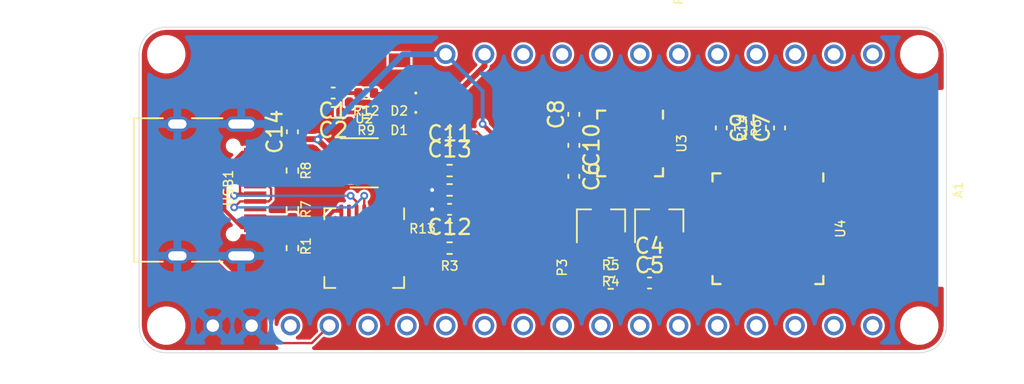
<source format=kicad_pcb>
(kicad_pcb (version 20171130) (host pcbnew "(5.1.10-1-10_14)")
  (title_block (title ESP32-NANO) (date 2021-09-28) (rev 1.0) (company Drew))
  (layers (0 F.Cu signal) (31 B.Cu signal) (34 B.Paste user) (35 F.Paste user) (36 B.SilkS user) (37 F.SilkS user hide) (38 B.Mask user) (39 F.Mask user) (44 Edge.Cuts user))
  (net 0 "")
  (net 1 "Net-(A1-Pad1)")
  (net 2 +3V3)
  (net 3 EN)
  (net 4 "Net-(C8-Pad2)")
  (net 5 "Net-(C9-Pad2)")
  (net 6 "Net-(C12-Pad1)")
  (net 7 "Net-(C13-Pad1)")
  (net 8 "Net-(D1-Pad2)")
  (net 9 GPIO27)
  (net 10 "Net-(D2-Pad2)")
  (net 11 "Net-(K1-Pad3)")
  (net 12 VBUS)
  (net 13 GPIO0)
  (net 14 GPIO2)
  (net 15 GPIO5)
  (net 16 GPIO12)
  (net 17 GPIO34)
  (net 18 GPIO35)
  (net 19 SENSOR_VN)
  (net 20 GPIO38)
  (net 21 GPIO37)
  (net 22 SENSOR_VP)
  (net 23 GPIO4)
  (net 24 GPIO13)
  (net 25 GPIO14)
  (net 26 GPIO15)
  (net 27 GPIO9)
  (net 28 GPIO10)
  (net 29 GPIO18)
  (net 30 GPIO19)
  (net 31 GPIO11)
  (net 32 GPIO6)
  (net 33 GPIO7)
  (net 34 GPIO8)
  (net 35 GPIO23)
  (net 36 GPIO25)
  (net 37 GPIO26)
  (net 38 "Net-(R1-Pad1)")
  (net 39 "Net-(R3-Pad2)")
  (net 40 CP_Tx)
  (net 41 DTR)
  (net 42 "Net-(R4-Pad1)")
  (net 43 RTS)
  (net 44 "Net-(R5-Pad1)")
  (net 45 "Net-(R7-Pad2)")
  (net 46 "Net-(R8-Pad2)")
  (net 47 "Net-(R16-Pad1)")
  (net 48 "Net-(R17-Pad2)")
  (net 49 "Net-(U1-Pad27)")
  (net 50 CP_Rx)
  (net 51 "Net-(U1-Pad23)")
  (net 52 "Net-(U1-Pad22)")
  (net 53 "Net-(U1-Pad21)")
  (net 54 "Net-(U1-Pad20)")
  (net 55 "Net-(U1-Pad19)")
  (net 56 "Net-(U1-Pad18)")
  (net 57 "Net-(U1-Pad17)")
  (net 58 "Net-(U1-Pad16)")
  (net 59 "Net-(U1-Pad15)")
  (net 60 "Net-(U1-Pad14)")
  (net 61 "Net-(U1-Pad13)")
  (net 62 "Net-(U1-Pad12)")
  (net 63 "Net-(U1-Pad11)")
  (net 64 "Net-(U1-Pad10)")
  (net 65 "Net-(U1-Pad6)")
  (net 66 USB-PWR-DM)
  (net 67 USB-PWR-DP)
  (net 68 "Net-(U1-Pad2)")
  (net 69 "Net-(U1-Pad1)")
  (net 70 "Net-(U2-Pad4)")
  (net 71 GPIO32)
  (net 72 GPIO33)
  (net 73 "Net-(U3-Pad12)")
  (net 74 "Net-(U3-Pad7)")
  (net 75 "Net-(U3-Pad6)")
  (net 76 "Net-(U4-Pad48)")
  (net 77 "Net-(U4-Pad47)")
  (net 78 "Net-(U4-Pad45)")
  (net 79 "Net-(U4-Pad44)")
  (net 80 GPIO21)
  (net 81 GPIO22)
  (net 82 FLASH_SD0)
  (net 83 "Net-(U4-Pad26)")
  (net 84 FLASH_CS)
  (net 85 "Net-(U5-Pad13)")
  (net 86 "Net-(U5-Pad1)")
  (net 87 "Net-(USB1-PadB8)")
  (net 88 "Net-(USB1-PadA8)")
  (net 89 GND)
  (module Capacitor_SMD:C_0402_1005Metric (layer F.Cu) (at 35.433 32.258 90)
    (fp_text reference C14 (at 0 -1.16 90) (layer F.SilkS))
    (fp_text value 1uF)
    (pad 2 smd roundrect (at 0.48 0 90) (size 0.56 0.62) (layers F.Cu F.Paste F.Mask) (net 89 GND))
    (pad 1 smd roundrect (at -0.48 0 90) (size 0.56 0.62) (layers F.Cu F.Paste F.Mask) (net 12 VBUS))
  )
  (module Capacitor_SMD:C_0402_1005Metric (layer F.Cu) (at 45.72 32.258 180)
    (fp_text reference C13 (at 0 -1.16) (layer F.SilkS))
    (fp_text value 10uF)
    (pad 2 smd roundrect (at 0.48 0 180) (size 0.56 0.62) (layers F.Cu F.Paste F.Mask) (net 89 GND))
    (pad 1 smd roundrect (at -0.48 0 180) (size 0.56 0.62) (layers F.Cu F.Paste F.Mask) (net 7 "Net-(C13-Pad1)"))
  )
  (module Capacitor_SMD:C_0402_1005Metric (layer F.Cu) (at 45.72 37.338 180)
    (fp_text reference C12 (at 0 -1.16) (layer F.SilkS))
    (fp_text value 10uF)
    (pad 2 smd roundrect (at 0.48 0 180) (size 0.56 0.62) (layers F.Cu F.Paste F.Mask) (net 89 GND))
    (pad 1 smd roundrect (at -0.48 0 180) (size 0.56 0.62) (layers F.Cu F.Paste F.Mask) (net 6 "Net-(C12-Pad1)"))
  )
  (module Capacitor_SMD:C_0402_1005Metric (layer F.Cu) (at 45.72 33.528)
    (fp_text reference C11 (at 0 -1.16) (layer F.SilkS))
    (fp_text value 10uF)
    (pad 2 smd roundrect (at 0.48 0) (size 0.56 0.62) (layers F.Cu F.Paste F.Mask) (net 2 +3V3))
    (pad 1 smd roundrect (at -0.48 0) (size 0.56 0.62) (layers F.Cu F.Paste F.Mask) (net 89 GND))
  )
  (module Capacitor_SMD:C_0402_1005Metric (layer F.Cu) (at 53.848 33.147 270)
    (fp_text reference C10 (at 0 -1.16 90) (layer F.SilkS))
    (fp_text value 0.1uF)
    (pad 2 smd roundrect (at 0.48 0 270) (size 0.56 0.62) (layers F.Cu F.Paste F.Mask) (net 2 +3V3))
    (pad 1 smd roundrect (at -0.48 0 270) (size 0.56 0.62) (layers F.Cu F.Paste F.Mask) (net 89 GND))
  )
  (module Capacitor_SMD:C_0402_1005Metric (layer F.Cu) (at 63.5 32.004 270)
    (fp_text reference C9 (at 0 -1.16 90) (layer F.SilkS))
    (fp_text value 2.2nF)
    (pad 2 smd roundrect (at 0.48 0 270) (size 0.56 0.62) (layers F.Cu F.Paste F.Mask) (net 5 "Net-(C9-Pad2)"))
    (pad 1 smd roundrect (at -0.48 0 270) (size 0.56 0.62) (layers F.Cu F.Paste F.Mask) (net 89 GND))
  )
  (module Capacitor_SMD:C_0402_1005Metric (layer F.Cu) (at 53.848 31.115 90)
    (fp_text reference C8 (at 0 -1.16 90) (layer F.SilkS))
    (fp_text value 0.1uF)
    (pad 2 smd roundrect (at 0.48 0 90) (size 0.56 0.62) (layers F.Cu F.Paste F.Mask) (net 4 "Net-(C8-Pad2)"))
    (pad 1 smd roundrect (at -0.48 0 90) (size 0.56 0.62) (layers F.Cu F.Paste F.Mask) (net 89 GND))
  )
  (module Capacitor_SMD:C_0402_1005Metric (layer F.Cu) (at 67.31 32.004 90)
    (fp_text reference C7 (at 0 -1.16 90) (layer F.SilkS))
    (fp_text value 0.1uF)
    (pad 2 smd roundrect (at 0.48 0 90) (size 0.56 0.62) (layers F.Cu F.Paste F.Mask) (net 89 GND))
    (pad 1 smd roundrect (at -0.48 0 90) (size 0.56 0.62) (layers F.Cu F.Paste F.Mask) (net 3 EN))
  )
  (module Capacitor_SMD:C_0402_1005Metric (layer F.Cu) (at 53.848 35.179 270)
    (fp_text reference C6 (at 0 -1.16 90) (layer F.SilkS))
    (fp_text value 10nF)
    (pad 2 smd roundrect (at 0.48 0 270) (size 0.56 0.62) (layers F.Cu F.Paste F.Mask) (net 89 GND))
    (pad 1 smd roundrect (at -0.48 0 270) (size 0.56 0.62) (layers F.Cu F.Paste F.Mask) (net 2 +3V3))
  )
  (module Capacitor_SMD:C_0402_1005Metric (layer F.Cu) (at 58.801 42.164)
    (fp_text reference C5 (at 0 -1.16) (layer F.SilkS))
    (fp_text value 0.1uF)
    (pad 2 smd roundrect (at 0.48 0) (size 0.56 0.62) (layers F.Cu F.Paste F.Mask) (net 89 GND))
    (pad 1 smd roundrect (at -0.48 0) (size 0.56 0.62) (layers F.Cu F.Paste F.Mask) (net 2 +3V3))
  )
  (module Capacitor_SMD:C_0402_1005Metric (layer F.Cu) (at 58.801 40.894)
    (fp_text reference C4 (at 0 -1.16) (layer F.SilkS))
    (fp_text value 10uF)
    (pad 2 smd roundrect (at 0.48 0) (size 0.56 0.62) (layers F.Cu F.Paste F.Mask) (net 89 GND))
    (pad 1 smd roundrect (at -0.48 0) (size 0.56 0.62) (layers F.Cu F.Paste F.Mask) (net 2 +3V3))
  )
  (module Capacitor_SMD:C_0402_1005Metric (layer F.Cu) (at 38.1 30.988 180)
    (fp_text reference C2 (at 0 -1.16) (layer F.SilkS))
    (fp_text value 10uF)
    (pad 2 smd roundrect (at 0.48 0 180) (size 0.56 0.62) (layers F.Cu F.Paste F.Mask) (net 89 GND))
    (pad 1 smd roundrect (at -0.48 0 180) (size 0.56 0.62) (layers F.Cu F.Paste F.Mask) (net 2 +3V3))
  )
  (module Capacitor_SMD:C_0402_1005Metric (layer F.Cu) (at 38.1 29.718 180)
    (fp_text reference C1 (at 0 -1.16) (layer F.SilkS))
    (fp_text value 1uF)
    (pad 2 smd roundrect (at 0.48 0 180) (size 0.56 0.62) (layers F.Cu F.Paste F.Mask) (net 89 GND))
    (pad 1 smd roundrect (at -0.48 0 180) (size 0.56 0.62) (layers F.Cu F.Paste F.Mask) (net 2 +3V3))
  )
  (module OLED-12880:OLED-12880 (layer F.Cu) (at 50.927 36.068 90)
    (fp_text reference U5 hide)
    (fp_text value OLED-12880)
    (pad 1 smd roundrect (at 4.2 0 90) (size 0.35 2.8) (layers F.Cu F.Paste F.Mask) (net 86 "Net-(U5-Pad1)"))
    (pad 2 smd roundrect (at 3.5 0 90) (size 0.35 2.8) (layers F.Cu F.Paste F.Mask) (net 12 VBUS))
    (pad 3 smd roundrect (at 2.8 0 90) (size 0.35 2.8) (layers F.Cu F.Paste F.Mask) (net 7 "Net-(C13-Pad1)"))
    (pad 4 smd roundrect (at 2.1 0 90) (size 0.35 2.8) (layers F.Cu F.Paste F.Mask) (net 2 +3V3))
    (pad 5 smd roundrect (at 1.4 0 90) (size 0.35 2.8) (layers F.Cu F.Paste F.Mask) (net 48 "Net-(R17-Pad2)"))
    (pad 6 smd roundrect (at 0.7 0 90) (size 0.35 2.8) (layers F.Cu F.Paste F.Mask) (net 47 "Net-(R16-Pad1)"))
    (pad 7 smd roundrect (at 0 0 90) (size 0.35 2.8) (layers F.Cu F.Paste F.Mask) (net 89 GND))
    (pad 8 smd roundrect (at -0.7 0 90) (size 0.35 2.8) (layers F.Cu F.Paste F.Mask) (net 6 "Net-(C12-Pad1)"))
    (pad 9 smd roundrect (at -1.4 0 90) (size 0.35 2.8) (layers F.Cu F.Paste F.Mask) (net 89 GND))
    (pad 10 smd roundrect (at -2.1 0 90) (size 0.35 2.8) (layers F.Cu F.Paste F.Mask) (net 81 GPIO22))
    (pad 11 smd roundrect (at -2.8 0 90) (size 0.35 2.8) (layers F.Cu F.Paste F.Mask) (net 80 GPIO21))
    (pad 12 smd roundrect (at -3.5 0 90) (size 0.35 2.8) (layers F.Cu F.Paste F.Mask) (net 89 GND))
    (pad 13 smd roundrect (at -4.2 0 90) (size 0.35 2.8) (layers F.Cu F.Paste F.Mask) (net 85 "Net-(U5-Pad13)"))
  )
  (module MountingHole:MountingHole_2.2mm_M2 (layer F.Cu) (at 76.454 44.958)
    (fp_text reference REF** hide)
    (fp_text value MountingHole_2.2mm_M2)
    (pad 1 np_thru_hole circle (at 0 0) (size 2.2 2.2) (drill 2.2) (layers *.Cu *.Mask))
  )
  (module MountingHole:MountingHole_2.2mm_M2 (layer F.Cu) (at 76.454 27.178)
    (fp_text reference REF** hide)
    (fp_text value MountingHole_2.2mm_M2)
    (pad 1 np_thru_hole circle (at 0 0) (size 2.2 2.2) (drill 2.2) (layers *.Cu *.Mask))
  )
  (module MountingHole:MountingHole_2.2mm_M2 (layer F.Cu) (at 27.178 44.958)
    (fp_text reference REF** hide)
    (fp_text value MountingHole_2.2mm_M2)
    (pad 1 np_thru_hole circle (at 0 0) (size 2.2 2.2) (drill 2.2) (layers *.Cu *.Mask))
  )
  (module MountingHole:MountingHole_2.2mm_M2 (layer F.Cu) (at 27.178 27.178)
    (fp_text reference REF** hide)
    (fp_text value MountingHole_2.2mm_M2)
    (pad 1 np_thru_hole circle (at 0 0) (size 2.2 2.2) (drill 2.2) (layers *.Cu *.Mask))
  )
  (module Package_TO_SOT_SMD:SOT-23 (layer F.Cu) (at 55.626 38.1 90)
    (fp_text reference VT2 hide)
    (fp_text value S8050)
    (pad 3 smd rect (at 1 0 90) (size 0.9 0.8) (layers F.Cu F.Paste F.Mask) (net 13 GPIO0))
    (pad 2 smd rect (at -1 0.95 90) (size 0.9 0.8) (layers F.Cu F.Paste F.Mask) (net 41 DTR))
    (pad 1 smd rect (at -1 -0.95 90) (size 0.9 0.8) (layers F.Cu F.Paste F.Mask) (net 44 "Net-(R5-Pad1)"))
  )
  (module Package_TO_SOT_SMD:SOT-23 (layer F.Cu) (at 59.436 38.1 90)
    (fp_text reference VT1 hide)
    (fp_text value S8050)
    (pad 3 smd rect (at 1 0 90) (size 0.9 0.8) (layers F.Cu F.Paste F.Mask) (net 3 EN))
    (pad 2 smd rect (at -1 0.95 90) (size 0.9 0.8) (layers F.Cu F.Paste F.Mask) (net 43 RTS))
    (pad 1 smd rect (at -1 -0.95 90) (size 0.9 0.8) (layers F.Cu F.Paste F.Mask) (net 42 "Net-(R4-Pad1)"))
  )
  (module Connector_USB:USB_C_Receptacle_HRO_TYPE-C-31-M-12 (layer F.Cu) (at 28.956 36.068 270)
    (fp_text reference USB1 (at -0.127 -2.286 90) (layer F.SilkS) (effects (font (size 0.6 0.6) (thickness 0.1))))
    (fp_text value USB_C_16_PIN)
    (pad B1 smd rect (at 3.25 -4.045 270) (size 0.6 1.45) (layers F.Cu F.Paste F.Mask) (net 89 GND))
    (pad A9 smd rect (at 2.45 -4.045 270) (size 0.6 1.45) (layers F.Cu F.Paste F.Mask) (net 12 VBUS))
    (pad B9 smd rect (at -2.45 -4.045 270) (size 0.6 1.45) (layers F.Cu F.Paste F.Mask) (net 12 VBUS))
    (pad B12 smd rect (at -3.25 -4.045 270) (size 0.6 1.45) (layers F.Cu F.Paste F.Mask) (net 89 GND))
    (pad A1 smd rect (at -3.25 -4.045 270) (size 0.6 1.45) (layers F.Cu F.Paste F.Mask) (net 89 GND))
    (pad A4 smd rect (at -2.45 -4.045 270) (size 0.6 1.45) (layers F.Cu F.Paste F.Mask) (net 12 VBUS))
    (pad B4 smd rect (at 2.45 -4.045 270) (size 0.6 1.45) (layers F.Cu F.Paste F.Mask) (net 12 VBUS))
    (pad A12 smd rect (at 3.25 -4.045 270) (size 0.6 1.45) (layers F.Cu F.Paste F.Mask) (net 89 GND))
    (pad B8 smd rect (at -1.75 -4.045 270) (size 0.3 1.45) (layers F.Cu F.Paste F.Mask) (net 87 "Net-(USB1-PadB8)"))
    (pad A5 smd rect (at -1.25 -4.045 270) (size 0.3 1.45) (layers F.Cu F.Paste F.Mask) (net 46 "Net-(R8-Pad2)"))
    (pad B7 smd rect (at -0.75 -4.045 270) (size 0.3 1.45) (layers F.Cu F.Paste F.Mask) (net 66 USB-PWR-DM))
    (pad A7 smd rect (at 0.25 -4.045 270) (size 0.3 1.45) (layers F.Cu F.Paste F.Mask) (net 66 USB-PWR-DM))
    (pad B6 smd rect (at 0.75 -4.045 270) (size 0.3 1.45) (layers F.Cu F.Paste F.Mask) (net 67 USB-PWR-DP))
    (pad A8 smd rect (at 1.25 -4.045 270) (size 0.3 1.45) (layers F.Cu F.Paste F.Mask) (net 88 "Net-(USB1-PadA8)"))
    (pad B5 smd rect (at 1.75 -4.045 270) (size 0.3 1.45) (layers F.Cu F.Paste F.Mask) (net 45 "Net-(R7-Pad2)"))
    (pad A6 smd rect (at -0.25 -4.045 270) (size 0.3 1.45) (layers F.Cu F.Paste F.Mask) (net 67 USB-PWR-DP))
    (pad S1 thru_hole oval (at 4.32 -3.13 270) (size 1 2.1) (drill oval 0.6 1.7) (layers *.Cu *.Mask) (net 89 GND))
    (pad S1 thru_hole oval (at -4.32 -3.13 270) (size 1 2.1) (drill oval 0.6 1.7) (layers *.Cu *.Mask) (net 89 GND))
    (pad "" np_thru_hole circle (at -2.89 -2.6 270) (size 0.65 0.65) (drill 0.65) (layers *.Cu *.Mask))
    (pad S1 thru_hole oval (at -4.32 1.05 270) (size 1 1.6) (drill oval 0.6 1.2) (layers *.Cu *.Mask) (net 89 GND))
    (pad "" np_thru_hole circle (at 2.89 -2.6 270) (size 0.65 0.65) (drill 0.65) (layers *.Cu *.Mask))
    (pad S1 thru_hole oval (at 4.32 1.05 270) (size 1 1.6) (drill oval 0.6 1.2) (layers *.Cu *.Mask) (net 89 GND))
  )
  (module ESP32_PICO_D4:ESP32_PICO_D4 (layer F.Cu) (at 66.548 38.608 270)
    (fp_text reference U4 (at 0 -4.75 90) (layer F.SilkS) (effects (font (size 0.6 0.6) (thickness 0.1))))
    (fp_text value ESP32PICO_D4)
    (pad 49 smd rect (at -1.93125 -1.93125 270) (size 1.2875 1.2875) (layers F.Cu F.Paste F.Mask) (net 89 GND))
    (pad 49 smd rect (at -1.93125 -0.64375 270) (size 1.2875 1.2875) (layers F.Cu F.Paste F.Mask) (net 89 GND))
    (pad 49 smd rect (at -1.93125 0.64375 270) (size 1.2875 1.2875) (layers F.Cu F.Paste F.Mask) (net 89 GND))
    (pad 49 smd rect (at -1.93125 1.93125 270) (size 1.2875 1.2875) (layers F.Cu F.Paste F.Mask) (net 89 GND))
    (pad 49 smd rect (at -0.64375 -1.93125 270) (size 1.2875 1.2875) (layers F.Cu F.Paste F.Mask) (net 89 GND))
    (pad 49 smd rect (at -0.64375 -0.64375 270) (size 1.2875 1.2875) (layers F.Cu F.Paste F.Mask) (net 89 GND))
    (pad 49 smd rect (at -0.64375 0.64375 270) (size 1.2875 1.2875) (layers F.Cu F.Paste F.Mask) (net 89 GND))
    (pad 49 smd rect (at -0.64375 1.93125 270) (size 1.2875 1.2875) (layers F.Cu F.Paste F.Mask) (net 89 GND))
    (pad 49 smd rect (at 0.64375 -1.93125 270) (size 1.2875 1.2875) (layers F.Cu F.Paste F.Mask) (net 89 GND))
    (pad 49 smd rect (at 0.64375 -0.64375 270) (size 1.2875 1.2875) (layers F.Cu F.Paste F.Mask) (net 89 GND))
    (pad 49 smd rect (at 0.64375 0.64375 270) (size 1.2875 1.2875) (layers F.Cu F.Paste F.Mask) (net 89 GND))
    (pad 49 smd rect (at 0.64375 1.93125 270) (size 1.2875 1.2875) (layers F.Cu F.Paste F.Mask) (net 89 GND))
    (pad 49 smd rect (at 1.93125 -1.93125 270) (size 1.2875 1.2875) (layers F.Cu F.Paste F.Mask) (net 89 GND))
    (pad 49 smd rect (at 1.93125 -0.64375 270) (size 1.2875 1.2875) (layers F.Cu F.Paste F.Mask) (net 89 GND))
    (pad 49 smd rect (at 1.93125 0.64375 270) (size 1.2875 1.2875) (layers F.Cu F.Paste F.Mask) (net 89 GND))
    (pad 49 smd rect (at 1.93125 1.93125 270) (size 1.2875 1.2875) (layers F.Cu F.Paste F.Mask) (net 89 GND))
    (pad 48 smd rect (at -2.75 -3.4) (size 0.7 0.25) (layers F.Cu F.Paste F.Mask) (net 76 "Net-(U4-Pad48)"))
    (pad 47 smd rect (at -2.25 -3.4) (size 0.7 0.25) (layers F.Cu F.Paste F.Mask) (net 77 "Net-(U4-Pad47)"))
    (pad 46 smd rect (at -1.75 -3.4) (size 0.7 0.25) (layers F.Cu F.Paste F.Mask) (net 2 +3V3))
    (pad 45 smd rect (at -1.25 -3.4) (size 0.7 0.25) (layers F.Cu F.Paste F.Mask) (net 78 "Net-(U4-Pad45)"))
    (pad 44 smd rect (at -0.75 -3.4) (size 0.7 0.25) (layers F.Cu F.Paste F.Mask) (net 79 "Net-(U4-Pad44)"))
    (pad 43 smd rect (at -0.25 -3.4) (size 0.7 0.25) (layers F.Cu F.Paste F.Mask) (net 2 +3V3))
    (pad 42 smd rect (at 0.25 -3.4) (size 0.7 0.25) (layers F.Cu F.Paste F.Mask) (net 80 GPIO21))
    (pad 41 smd rect (at 0.75 -3.4) (size 0.7 0.25) (layers F.Cu F.Paste F.Mask) (net 50 CP_Rx))
    (pad 40 smd rect (at 1.25 -3.4) (size 0.7 0.25) (layers F.Cu F.Paste F.Mask) (net 40 CP_Tx))
    (pad 39 smd rect (at 1.75 -3.4) (size 0.7 0.25) (layers F.Cu F.Paste F.Mask) (net 81 GPIO22))
    (pad 38 smd rect (at 2.25 -3.4) (size 0.7 0.25) (layers F.Cu F.Paste F.Mask) (net 30 GPIO19))
    (pad 37 smd rect (at 2.75 -3.4) (size 0.7 0.25) (layers F.Cu F.Paste F.Mask) (net 2 +3V3))
    (pad 36 smd rect (at 3.4 -2.75 270) (size 0.7 0.25) (layers F.Cu F.Paste F.Mask) (net 35 GPIO23))
    (pad 35 smd rect (at 3.4 -2.25 270) (size 0.7 0.25) (layers F.Cu F.Paste F.Mask) (net 29 GPIO18))
    (pad 34 smd rect (at 3.4 -1.75 270) (size 0.7 0.25) (layers F.Cu F.Paste F.Mask) (net 15 GPIO5))
    (pad 33 smd rect (at 3.4 -1.25 270) (size 0.7 0.25) (layers F.Cu F.Paste F.Mask) (net 34 GPIO8))
    (pad 32 smd rect (at 3.4 -0.75 270) (size 0.7 0.25) (layers F.Cu F.Paste F.Mask) (net 33 GPIO7))
    (pad 31 smd rect (at 3.4 -0.25 270) (size 0.7 0.25) (layers F.Cu F.Paste F.Mask) (net 32 GPIO6))
    (pad 30 smd rect (at 3.4 0.25 270) (size 0.7 0.25) (layers F.Cu F.Paste F.Mask) (net 31 GPIO11))
    (pad 29 smd rect (at 3.4 0.75 270) (size 0.7 0.25) (layers F.Cu F.Paste F.Mask) (net 28 GPIO10))
    (pad 28 smd rect (at 3.4 1.25 270) (size 0.7 0.25) (layers F.Cu F.Paste F.Mask) (net 27 GPIO9))
    (pad 27 smd rect (at 3.4 1.75 270) (size 0.7 0.25) (layers F.Cu F.Paste F.Mask) (net 82 FLASH_SD0))
    (pad 26 smd rect (at 3.4 2.25 270) (size 0.7 0.25) (layers F.Cu F.Paste F.Mask) (net 83 "Net-(U4-Pad26)"))
    (pad 25 smd rect (at 3.4 2.75 270) (size 0.7 0.25) (layers F.Cu F.Paste F.Mask) (net 84 FLASH_CS))
    (pad 24 smd rect (at 2.75 3.4) (size 0.7 0.25) (layers F.Cu F.Paste F.Mask) (net 23 GPIO4))
    (pad 23 smd rect (at 2.25 3.4) (size 0.7 0.25) (layers F.Cu F.Paste F.Mask) (net 13 GPIO0))
    (pad 22 smd rect (at 1.75 3.4) (size 0.7 0.25) (layers F.Cu F.Paste F.Mask) (net 14 GPIO2))
    (pad 21 smd rect (at 1.25 3.4) (size 0.7 0.25) (layers F.Cu F.Paste F.Mask) (net 26 GPIO15))
    (pad 20 smd rect (at 0.75 3.4) (size 0.7 0.25) (layers F.Cu F.Paste F.Mask) (net 24 GPIO13))
    (pad 19 smd rect (at 0.25 3.4) (size 0.7 0.25) (layers F.Cu F.Paste F.Mask) (net 2 +3V3))
    (pad 18 smd rect (at -0.25 3.4) (size 0.7 0.25) (layers F.Cu F.Paste F.Mask) (net 16 GPIO12))
    (pad 17 smd rect (at -0.75 3.4) (size 0.7 0.25) (layers F.Cu F.Paste F.Mask) (net 25 GPIO14))
    (pad 16 smd rect (at -1.25 3.4) (size 0.7 0.25) (layers F.Cu F.Paste F.Mask) (net 9 GPIO27))
    (pad 15 smd rect (at -1.75 3.4) (size 0.7 0.25) (layers F.Cu F.Paste F.Mask) (net 37 GPIO26))
    (pad 14 smd rect (at -2.25 3.4) (size 0.7 0.25) (layers F.Cu F.Paste F.Mask) (net 36 GPIO25))
    (pad 13 smd rect (at -2.75 3.4) (size 0.7 0.25) (layers F.Cu F.Paste F.Mask) (net 72 GPIO33))
    (pad 12 smd rect (at -3.4 2.75 270) (size 0.7 0.25) (layers F.Cu F.Paste F.Mask) (net 71 GPIO32))
    (pad 11 smd rect (at -3.4 2.25 270) (size 0.7 0.25) (layers F.Cu F.Paste F.Mask) (net 18 GPIO35))
    (pad 10 smd rect (at -3.4 1.75 270) (size 0.7 0.25) (layers F.Cu F.Paste F.Mask) (net 17 GPIO34))
    (pad 9 smd rect (at -3.4 1.25 270) (size 0.7 0.25) (layers F.Cu F.Paste F.Mask) (net 3 EN))
    (pad 8 smd rect (at -3.4 0.75 270) (size 0.7 0.25) (layers F.Cu F.Paste F.Mask) (net 19 SENSOR_VN))
    (pad 7 smd rect (at -3.4 0.25 270) (size 0.7 0.25) (layers F.Cu F.Paste F.Mask) (net 20 GPIO38))
    (pad 6 smd rect (at -3.4 -0.25 270) (size 0.7 0.25) (layers F.Cu F.Paste F.Mask) (net 21 GPIO37))
    (pad 5 smd rect (at -3.4 -0.75 270) (size 0.7 0.25) (layers F.Cu F.Paste F.Mask) (net 22 SENSOR_VP))
    (pad 4 smd rect (at -3.4 -1.25 270) (size 0.7 0.25) (layers F.Cu F.Paste F.Mask) (net 2 +3V3))
    (pad 3 smd rect (at -3.4 -1.75 270) (size 0.7 0.25) (layers F.Cu F.Paste F.Mask) (net 2 +3V3))
    (pad 2 smd rect (at -3.4 -2.25 270) (size 0.7 0.25) (layers F.Cu F.Paste F.Mask) (net 1 "Net-(A1-Pad1)"))
    (pad 1 smd rect (at -3.4 -2.75 270) (size 0.7 0.25) (layers F.Cu F.Paste F.Mask) (net 2 +3V3))
  )
  (module Sensor_Motion:InvenSense_QFN-24_4x4mm_P0.5mm (layer F.Cu) (at 57.531 33.02 270)
    (fp_text reference U3 (at 0 -3.375 90) (layer F.SilkS) (effects (font (size 0.6 0.6) (thickness 0.1))))
    (fp_text value MPU-6050)
    (pad 24 smd roundrect (at -1.25 -1.95) (size 0.85 0.3) (layers F.Cu F.Paste F.Mask) (net 71 GPIO32))
    (pad 23 smd roundrect (at -0.75 -1.95) (size 0.85 0.3) (layers F.Cu F.Paste F.Mask) (net 72 GPIO33))
    (pad 22 smd roundrect (at -0.25 -1.95) (size 0.85 0.3) (layers F.Cu F.Paste F.Mask))
    (pad 21 smd roundrect (at 0.25 -1.95) (size 0.85 0.3) (layers F.Cu F.Paste F.Mask))
    (pad 20 smd roundrect (at 0.75 -1.95) (size 0.85 0.3) (layers F.Cu F.Paste F.Mask) (net 5 "Net-(C9-Pad2)"))
    (pad 19 smd roundrect (at 1.25 -1.95) (size 0.85 0.3) (layers F.Cu F.Paste F.Mask))
    (pad 18 smd roundrect (at 1.95 -1.25 270) (size 0.85 0.3) (layers F.Cu F.Paste F.Mask) (net 89 GND))
    (pad 17 smd roundrect (at 1.95 -0.75 270) (size 0.85 0.3) (layers F.Cu F.Paste F.Mask))
    (pad 16 smd roundrect (at 1.95 -0.25 270) (size 0.85 0.3) (layers F.Cu F.Paste F.Mask))
    (pad 15 smd roundrect (at 1.95 0.25 270) (size 0.85 0.3) (layers F.Cu F.Paste F.Mask))
    (pad 14 smd roundrect (at 1.95 0.75 270) (size 0.85 0.3) (layers F.Cu F.Paste F.Mask))
    (pad 13 smd roundrect (at 1.95 1.25 270) (size 0.85 0.3) (layers F.Cu F.Paste F.Mask) (net 2 +3V3))
    (pad 12 smd roundrect (at 1.25 1.95) (size 0.85 0.3) (layers F.Cu F.Paste F.Mask) (net 73 "Net-(U3-Pad12)"))
    (pad 11 smd roundrect (at 0.75 1.95) (size 0.85 0.3) (layers F.Cu F.Paste F.Mask) (net 89 GND))
    (pad 10 smd roundrect (at 0.25 1.95) (size 0.85 0.3) (layers F.Cu F.Paste F.Mask) (net 4 "Net-(C8-Pad2)"))
    (pad 9 smd roundrect (at -0.25 1.95) (size 0.85 0.3) (layers F.Cu F.Paste F.Mask) (net 89 GND))
    (pad 8 smd roundrect (at -0.75 1.95) (size 0.85 0.3) (layers F.Cu F.Paste F.Mask) (net 2 +3V3))
    (pad 7 smd roundrect (at -1.25 1.95) (size 0.85 0.3) (layers F.Cu F.Paste F.Mask) (net 74 "Net-(U3-Pad7)"))
    (pad 6 smd roundrect (at -1.95 1.25 270) (size 0.85 0.3) (layers F.Cu F.Paste F.Mask) (net 75 "Net-(U3-Pad6)"))
    (pad 5 smd roundrect (at -1.95 0.75 270) (size 0.85 0.3) (layers F.Cu F.Paste F.Mask))
    (pad 4 smd roundrect (at -1.95 0.25 270) (size 0.85 0.3) (layers F.Cu F.Paste F.Mask))
    (pad 3 smd roundrect (at -1.95 -0.25 270) (size 0.85 0.3) (layers F.Cu F.Paste F.Mask))
    (pad 2 smd roundrect (at -1.95 -0.75 270) (size 0.85 0.3) (layers F.Cu F.Paste F.Mask))
    (pad 1 smd roundrect (at -1.95 -1.25 270) (size 0.85 0.3) (layers F.Cu F.Paste F.Mask) (net 89 GND))
  )
  (module Package_TO_SOT_SMD:SOT-23-5 (layer F.Cu) (at 40.132 34.29)
    (fp_text reference U2 (at 0 -2.9) (layer F.SilkS) (effects (font (size 0.6 0.6) (thickness 0.1))))
    (fp_text value ME6211C33M5G)
    (pad 5 smd rect (at 1.1 -0.95) (size 1.06 0.65) (layers F.Cu F.Paste F.Mask) (net 2 +3V3))
    (pad 4 smd rect (at 1.1 0.95) (size 1.06 0.65) (layers F.Cu F.Paste F.Mask) (net 70 "Net-(U2-Pad4)"))
    (pad 3 smd rect (at -1.1 0.95) (size 1.06 0.65) (layers F.Cu F.Paste F.Mask) (net 12 VBUS))
    (pad 2 smd rect (at -1.1 0) (size 1.06 0.65) (layers F.Cu F.Paste F.Mask) (net 89 GND))
    (pad 1 smd rect (at -1.1 -0.95) (size 1.06 0.65) (layers F.Cu F.Paste F.Mask) (net 12 VBUS))
  )
  (module Package_DFN_QFN:QFN-28-1EP_5x5mm_P0.5mm_EP3.35x3.35mm (layer F.Cu) (at 40.132 39.878 270)
    (fp_text reference U1 hide)
    (fp_text value CP2102N-A01-GQFN28)
    (pad 29 smd rect (at 0 0 270) (size 3.35 3.35) (layers F.Cu F.Mask) (net 89 GND))
    (pad 28 smd roundrect (at -1.5 -2.45 270) (size 0.25 0.8) (layers F.Cu F.Paste F.Mask) (net 41 DTR))
    (pad 27 smd roundrect (at -1 -2.45 270) (size 0.25 0.8) (layers F.Cu F.Paste F.Mask) (net 49 "Net-(U1-Pad27)"))
    (pad 26 smd roundrect (at -0.5 -2.45 270) (size 0.25 0.8) (layers F.Cu F.Paste F.Mask) (net 39 "Net-(R3-Pad2)"))
    (pad 25 smd roundrect (at 0 -2.45 270) (size 0.25 0.8) (layers F.Cu F.Paste F.Mask) (net 50 CP_Rx))
    (pad 24 smd roundrect (at 0.5 -2.45 270) (size 0.25 0.8) (layers F.Cu F.Paste F.Mask) (net 43 RTS))
    (pad 23 smd roundrect (at 1 -2.45 270) (size 0.25 0.8) (layers F.Cu F.Paste F.Mask) (net 51 "Net-(U1-Pad23)"))
    (pad 22 smd roundrect (at 1.5 -2.45 270) (size 0.25 0.8) (layers F.Cu F.Paste F.Mask) (net 52 "Net-(U1-Pad22)"))
    (pad 21 smd roundrect (at 2.45 -1.5 270) (size 0.8 0.25) (layers F.Cu F.Paste F.Mask) (net 53 "Net-(U1-Pad21)"))
    (pad 20 smd roundrect (at 2.45 -1 270) (size 0.8 0.25) (layers F.Cu F.Paste F.Mask) (net 54 "Net-(U1-Pad20)"))
    (pad 19 smd roundrect (at 2.45 -0.5 270) (size 0.8 0.25) (layers F.Cu F.Paste F.Mask) (net 55 "Net-(U1-Pad19)"))
    (pad 18 smd roundrect (at 2.45 0 270) (size 0.8 0.25) (layers F.Cu F.Paste F.Mask) (net 56 "Net-(U1-Pad18)"))
    (pad 17 smd roundrect (at 2.45 0.5 270) (size 0.8 0.25) (layers F.Cu F.Paste F.Mask) (net 57 "Net-(U1-Pad17)"))
    (pad 16 smd roundrect (at 2.45 1 270) (size 0.8 0.25) (layers F.Cu F.Paste F.Mask) (net 58 "Net-(U1-Pad16)"))
    (pad 15 smd roundrect (at 2.45 1.5 270) (size 0.8 0.25) (layers F.Cu F.Paste F.Mask) (net 59 "Net-(U1-Pad15)"))
    (pad 14 smd roundrect (at 1.5 2.45 270) (size 0.25 0.8) (layers F.Cu F.Paste F.Mask) (net 60 "Net-(U1-Pad14)"))
    (pad 13 smd roundrect (at 1 2.45 270) (size 0.25 0.8) (layers F.Cu F.Paste F.Mask) (net 61 "Net-(U1-Pad13)"))
    (pad 12 smd roundrect (at 0.5 2.45 270) (size 0.25 0.8) (layers F.Cu F.Paste F.Mask) (net 62 "Net-(U1-Pad12)"))
    (pad 11 smd roundrect (at 0 2.45 270) (size 0.25 0.8) (layers F.Cu F.Paste F.Mask) (net 63 "Net-(U1-Pad11)"))
    (pad 10 smd roundrect (at -0.5 2.45 270) (size 0.25 0.8) (layers F.Cu F.Paste F.Mask) (net 64 "Net-(U1-Pad10)"))
    (pad 9 smd roundrect (at -1 2.45 270) (size 0.25 0.8) (layers F.Cu F.Paste F.Mask) (net 38 "Net-(R1-Pad1)"))
    (pad 8 smd roundrect (at -1.5 2.45 270) (size 0.25 0.8) (layers F.Cu F.Paste F.Mask) (net 12 VBUS))
    (pad 7 smd roundrect (at -2.45 1.5 270) (size 0.8 0.25) (layers F.Cu F.Paste F.Mask) (net 12 VBUS))
    (pad 6 smd roundrect (at -2.45 1 270) (size 0.8 0.25) (layers F.Cu F.Paste F.Mask) (net 65 "Net-(U1-Pad6)"))
    (pad 5 smd roundrect (at -2.45 0.5 270) (size 0.8 0.25) (layers F.Cu F.Paste F.Mask) (net 66 USB-PWR-DM))
    (pad 4 smd roundrect (at -2.45 0 270) (size 0.8 0.25) (layers F.Cu F.Paste F.Mask) (net 67 USB-PWR-DP))
    (pad 3 smd roundrect (at -2.45 -0.5 270) (size 0.8 0.25) (layers F.Cu F.Paste F.Mask) (net 89 GND))
    (pad 2 smd roundrect (at -2.45 -1 270) (size 0.8 0.25) (layers F.Cu F.Paste F.Mask) (net 68 "Net-(U1-Pad2)"))
    (pad 1 smd roundrect (at -2.45 -1.5 270) (size 0.8 0.25) (layers F.Cu F.Paste F.Mask) (net 69 "Net-(U1-Pad1)"))
  )
  (module Resistor_SMD:R_0402_1005Metric (layer F.Cu) (at 45.72 34.798)
    (fp_text reference R17 hide)
    (fp_text value 4.7K)
    (pad 2 smd roundrect (at 0.51 0) (size 0.54 0.64) (layers F.Cu F.Paste F.Mask) (net 48 "Net-(R17-Pad2)"))
    (pad 1 smd roundrect (at -0.51 0) (size 0.54 0.64) (layers F.Cu F.Paste F.Mask) (net 2 +3V3))
  )
  (module Resistor_SMD:R_0402_1005Metric (layer F.Cu) (at 45.72 36.068 180)
    (fp_text reference R16 hide)
    (fp_text value 560K)
    (pad 2 smd roundrect (at 0.51 0 180) (size 0.54 0.64) (layers F.Cu F.Paste F.Mask) (net 89 GND))
    (pad 1 smd roundrect (at -0.51 0 180) (size 0.54 0.64) (layers F.Cu F.Paste F.Mask) (net 47 "Net-(R16-Pad1)"))
  )
  (module Resistor_SMD:R_0402_1005Metric (layer F.Cu) (at 66.04 32.004 90)
    (fp_text reference R14 (at 0 -1.17 90) (layer F.SilkS) (effects (font (size 0.6 0.6) (thickness 0.1))))
    (fp_text value 1K)
    (pad 2 smd roundrect (at 0.51 0 90) (size 0.54 0.64) (layers F.Cu F.Paste F.Mask) (net 11 "Net-(K1-Pad3)"))
    (pad 1 smd roundrect (at -0.51 0 90) (size 0.54 0.64) (layers F.Cu F.Paste F.Mask) (net 3 EN))
  )
  (module Resistor_SMD:R_0402_1005Metric (layer F.Cu) (at 45.72 38.608)
    (fp_text reference R13 (at -1.778 0) (layer F.SilkS) (effects (font (size 0.6 0.6) (thickness 0.1))))
    (fp_text value 10K)
    (pad 2 smd roundrect (at 0.51 0) (size 0.54 0.64) (layers F.Cu F.Paste F.Mask) (net 6 "Net-(C12-Pad1)"))
    (pad 1 smd roundrect (at -0.51 0) (size 0.54 0.64) (layers F.Cu F.Paste F.Mask) (net 2 +3V3))
  )
  (module Resistor_SMD:R_0402_1005Metric (layer F.Cu) (at 40.259 29.718 180)
    (fp_text reference R12 (at 0 -1.17) (layer F.SilkS) (effects (font (size 0.6 0.6) (thickness 0.1))))
    (fp_text value 10K)
    (pad 2 smd roundrect (at 0.51 0 180) (size 0.54 0.64) (layers F.Cu F.Paste F.Mask) (net 2 +3V3))
    (pad 1 smd roundrect (at -0.51 0 180) (size 0.54 0.64) (layers F.Cu F.Paste F.Mask) (net 10 "Net-(D2-Pad2)"))
  )
  (module Resistor_SMD:R_0402_1005Metric (layer F.Cu) (at 40.261 30.988 180)
    (fp_text reference R9 (at 0 -1.17) (layer F.SilkS) (effects (font (size 0.6 0.6) (thickness 0.1))))
    (fp_text value 10K)
    (pad 2 smd roundrect (at 0.51 0 180) (size 0.54 0.64) (layers F.Cu F.Paste F.Mask) (net 2 +3V3))
    (pad 1 smd roundrect (at -0.51 0 180) (size 0.54 0.64) (layers F.Cu F.Paste F.Mask) (net 8 "Net-(D1-Pad2)"))
  )
  (module Resistor_SMD:R_0402_1005Metric (layer F.Cu) (at 35.433 34.798 270)
    (fp_text reference R8 (at 0 -0.889 90) (layer F.SilkS) (effects (font (size 0.6 0.6) (thickness 0.1))))
    (fp_text value 5.1K)
    (pad 2 smd roundrect (at 0.51 0 270) (size 0.54 0.64) (layers F.Cu F.Paste F.Mask) (net 46 "Net-(R8-Pad2)"))
    (pad 1 smd roundrect (at -0.51 0 270) (size 0.54 0.64) (layers F.Cu F.Paste F.Mask) (net 89 GND))
  )
  (module Resistor_SMD:R_0402_1005Metric (layer F.Cu) (at 35.433 37.338 270)
    (fp_text reference R7 (at 0 -0.889 90) (layer F.SilkS) (effects (font (size 0.6 0.6) (thickness 0.1))))
    (fp_text value 5.1K)
    (pad 2 smd roundrect (at 0.51 0 270) (size 0.54 0.64) (layers F.Cu F.Paste F.Mask) (net 45 "Net-(R7-Pad2)"))
    (pad 1 smd roundrect (at -0.51 0 270) (size 0.54 0.64) (layers F.Cu F.Paste F.Mask) (net 89 GND))
  )
  (module Resistor_SMD:R_0402_1005Metric (layer F.Cu) (at 64.77 32.004 90)
    (fp_text reference R6 (at 0 1.016 90) (layer F.SilkS) (effects (font (size 0.6 0.6) (thickness 0.1))))
    (fp_text value 10K)
    (pad 2 smd roundrect (at 0.51 0 90) (size 0.54 0.64) (layers F.Cu F.Paste F.Mask) (net 2 +3V3))
    (pad 1 smd roundrect (at -0.51 0 90) (size 0.54 0.64) (layers F.Cu F.Paste F.Mask) (net 3 EN))
  )
  (module Resistor_SMD:R_0402_1005Metric (layer F.Cu) (at 56.261 42.164)
    (fp_text reference R5 (at 0 -1.17) (layer F.SilkS) (effects (font (size 0.6 0.6) (thickness 0.1))))
    (fp_text value 12K)
    (pad 2 smd roundrect (at 0.51 0) (size 0.54 0.64) (layers F.Cu F.Paste F.Mask) (net 43 RTS))
    (pad 1 smd roundrect (at -0.51 0) (size 0.54 0.64) (layers F.Cu F.Paste F.Mask) (net 44 "Net-(R5-Pad1)"))
  )
  (module Resistor_SMD:R_0402_1005Metric (layer F.Cu) (at 56.261 40.894 180)
    (fp_text reference R4 (at 0 -1.17) (layer F.SilkS) (effects (font (size 0.6 0.6) (thickness 0.1))))
    (fp_text value 12K)
    (pad 2 smd roundrect (at 0.51 0 180) (size 0.54 0.64) (layers F.Cu F.Paste F.Mask) (net 41 DTR))
    (pad 1 smd roundrect (at -0.51 0 180) (size 0.54 0.64) (layers F.Cu F.Paste F.Mask) (net 42 "Net-(R4-Pad1)"))
  )
  (module Resistor_SMD:R_0402_1005Metric (layer F.Cu) (at 45.72 39.878 180)
    (fp_text reference R3 (at 0 -1.17) (layer F.SilkS) (effects (font (size 0.6 0.6) (thickness 0.1))))
    (fp_text value 200R)
    (pad 2 smd roundrect (at 0.51 0 180) (size 0.54 0.64) (layers F.Cu F.Paste F.Mask) (net 39 "Net-(R3-Pad2)"))
    (pad 1 smd roundrect (at -0.51 0 180) (size 0.54 0.64) (layers F.Cu F.Paste F.Mask) (net 40 CP_Tx))
  )
  (module Resistor_SMD:R_0402_1005Metric (layer F.Cu) (at 35.433 39.878 90)
    (fp_text reference R1 (at 0.127 0.889 90) (layer F.SilkS) (effects (font (size 0.6 0.6) (thickness 0.1))))
    (fp_text value 10K)
    (pad 2 smd roundrect (at 0.51 0 90) (size 0.54 0.64) (layers F.Cu F.Paste F.Mask) (net 12 VBUS))
    (pad 1 smd roundrect (at -0.51 0 90) (size 0.54 0.64) (layers F.Cu F.Paste F.Mask) (net 38 "Net-(R1-Pad1)"))
  )
  (module 18pin:18pin (layer F.Cu) (at 51.816 44.958 270)
    (fp_text reference P3 (at -3.81 -1.27 90) (layer F.SilkS) (effects (font (size 0.6 0.6) (thickness 0.1))))
    (fp_text value Conn_01x18)
    (pad 18 thru_hole circle (at 0 21.59 270) (size 1.27 1.27) (drill 0.8128) (layers *.Cu *.Mask) (net 89 GND))
    (pad 17 thru_hole circle (at 0 19.05 270) (size 1.27 1.27) (drill 0.8128) (layers *.Cu *.Mask) (net 89 GND))
    (pad 16 thru_hole circle (at 0 16.51 270) (size 1.27 1.27) (drill 0.8128) (layers *.Cu *.Mask) (net 23 GPIO4))
    (pad 15 thru_hole circle (at 0 13.97 270) (size 1.27 1.27) (drill 0.8128) (layers *.Cu *.Mask) (net 24 GPIO13))
    (pad 14 thru_hole circle (at 0 11.43 270) (size 1.27 1.27) (drill 0.8128) (layers *.Cu *.Mask) (net 25 GPIO14))
    (pad 13 thru_hole circle (at 0 8.89 270) (size 1.27 1.27) (drill 0.8128) (layers *.Cu *.Mask) (net 26 GPIO15))
    (pad 12 thru_hole circle (at 0 6.35 270) (size 1.27 1.27) (drill 0.8128) (layers *.Cu *.Mask) (net 9 GPIO27))
    (pad 11 thru_hole circle (at 0 3.81 270) (size 1.27 1.27) (drill 0.8128) (layers *.Cu *.Mask) (net 27 GPIO9))
    (pad 10 thru_hole circle (at 0 1.27 270) (size 1.27 1.27) (drill 0.8128) (layers *.Cu *.Mask) (net 28 GPIO10))
    (pad 9 thru_hole circle (at 0 -1.27 270) (size 1.27 1.27) (drill 0.8128) (layers *.Cu *.Mask) (net 29 GPIO18))
    (pad 8 thru_hole circle (at 0 -3.81 270) (size 1.27 1.27) (drill 0.8128) (layers *.Cu *.Mask) (net 30 GPIO19))
    (pad 7 thru_hole circle (at 0 -6.35 270) (size 1.27 1.27) (drill 0.8128) (layers *.Cu *.Mask) (net 31 GPIO11))
    (pad 6 thru_hole circle (at 0 -8.89 270) (size 1.27 1.27) (drill 0.8128) (layers *.Cu *.Mask) (net 32 GPIO6))
    (pad 5 thru_hole circle (at 0 -11.43 270) (size 1.27 1.27) (drill 0.8128) (layers *.Cu *.Mask) (net 33 GPIO7))
    (pad 4 thru_hole circle (at 0 -13.97 270) (size 1.27 1.27) (drill 0.8128) (layers *.Cu *.Mask) (net 34 GPIO8))
    (pad 3 thru_hole circle (at 0 -16.51 270) (size 1.27 1.27) (drill 0.8128) (layers *.Cu *.Mask) (net 35 GPIO23))
    (pad 2 thru_hole circle (at 0 -19.05 270) (size 1.27 1.27) (drill 0.8128) (layers *.Cu *.Mask) (net 36 GPIO25))
    (pad 1 thru_hole circle (at 0 -21.59 270) (size 1.27 1.27) (drill 0.8128) (layers *.Cu *.Mask) (net 37 GPIO26))
  )
  (module 12pin:12pin (layer F.Cu) (at 59.436 27.178 270)
    (fp_text reference P2 (at -3.81 -1.27 90) (layer F.SilkS) (effects (font (size 0.6 0.6) (thickness 0.1))))
    (fp_text value Conn_01x12)
    (pad 12 thru_hole circle (at 0 13.97 270) (size 1.27 1.27) (drill 0.8128) (layers *.Cu *.Mask) (net 12 VBUS))
    (pad 11 thru_hole circle (at 0 11.43 270) (size 1.27 1.27) (drill 0.8128) (layers *.Cu *.Mask) (net 2 +3V3))
    (pad 10 thru_hole circle (at 0 8.89 270) (size 1.27 1.27) (drill 0.8128) (layers *.Cu *.Mask) (net 13 GPIO0))
    (pad 9 thru_hole circle (at 0 6.35 270) (size 1.27 1.27) (drill 0.8128) (layers *.Cu *.Mask) (net 14 GPIO2))
    (pad 8 thru_hole circle (at 0 3.81 270) (size 1.27 1.27) (drill 0.8128) (layers *.Cu *.Mask) (net 15 GPIO5))
    (pad 7 thru_hole circle (at 0 1.27 270) (size 1.27 1.27) (drill 0.8128) (layers *.Cu *.Mask) (net 16 GPIO12))
    (pad 6 thru_hole circle (at 0 -1.27 270) (size 1.27 1.27) (drill 0.8128) (layers *.Cu *.Mask) (net 17 GPIO34))
    (pad 5 thru_hole circle (at 0 -3.81 270) (size 1.27 1.27) (drill 0.8128) (layers *.Cu *.Mask) (net 18 GPIO35))
    (pad 4 thru_hole circle (at 0 -6.35 270) (size 1.27 1.27) (drill 0.8128) (layers *.Cu *.Mask) (net 19 SENSOR_VN))
    (pad 3 thru_hole circle (at 0 -8.89 270) (size 1.27 1.27) (drill 0.8128) (layers *.Cu *.Mask) (net 20 GPIO38))
    (pad 2 thru_hole circle (at 0 -11.43 270) (size 1.27 1.27) (drill 0.8128) (layers *.Cu *.Mask) (net 21 GPIO37))
    (pad 1 thru_hole circle (at 0 -13.97 270) (size 1.27 1.27) (drill 0.8128) (layers *.Cu *.Mask) (net 22 SENSOR_VP))
  )
  (module SKSCLCE010:SKSCLCE010 (layer F.Cu) (at 33.782 26.924 180)
    (fp_text reference K2 hide)
    (fp_text value SW_MEC_5E)
    (pad 1 smd rect (at -1.8 0.65 180) (size 1.4 0.9) (layers F.Cu F.Paste F.Mask) (net 89 GND))
    (pad 2 smd rect (at 1.8 0.65 180) (size 1.4 0.9) (layers F.Cu F.Paste F.Mask) (net 89 GND))
    (pad 4 smd rect (at 1.8 -0.65 180) (size 1.4 0.9) (layers F.Cu F.Paste F.Mask) (net 24 GPIO13))
    (pad 3 smd rect (at -1.8 -0.65 180) (size 1.4 0.9) (layers F.Cu F.Paste F.Mask) (net 24 GPIO13))
  )
  (module SKSCLCE010:SKSCLCE010 (layer F.Cu) (at 40.64 26.924 180)
    (fp_text reference K1 hide)
    (fp_text value SW_MEC_5E)
    (pad 1 smd rect (at -1.8 0.65 180) (size 1.4 0.9) (layers F.Cu F.Paste F.Mask) (net 89 GND))
    (pad 2 smd rect (at 1.8 0.65 180) (size 1.4 0.9) (layers F.Cu F.Paste F.Mask) (net 89 GND))
    (pad 4 smd rect (at 1.8 -0.65 180) (size 1.4 0.9) (layers F.Cu F.Paste F.Mask) (net 11 "Net-(K1-Pad3)"))
    (pad 3 smd rect (at -1.8 -0.65 180) (size 1.4 0.9) (layers F.Cu F.Paste F.Mask) (net 11 "Net-(K1-Pad3)"))
  )
  (module LED_SMD:LED_0402_1005Metric (layer F.Cu) (at 42.418 29.718 180)
    (fp_text reference D2 (at 0 -1.17) (layer F.SilkS) (effects (font (size 0.6 0.6) (thickness 0.1))))
    (fp_text value GREEN)
    (pad 2 smd roundrect (at 0.485 0 180) (size 0.59 0.64) (layers F.Cu F.Paste F.Mask) (net 10 "Net-(D2-Pad2)"))
    (pad 1 smd roundrect (at -0.485 0 180) (size 0.59 0.64) (layers F.Cu F.Paste F.Mask) (net 89 GND))
  )
  (module LED_SMD:LED_0402_1005Metric (layer F.Cu) (at 42.418 30.988 180)
    (fp_text reference D1 (at 0 -1.17) (layer F.SilkS) (effects (font (size 0.6 0.6) (thickness 0.1))))
    (fp_text value ORANGE)
    (pad 2 smd roundrect (at 0.485 0 180) (size 0.59 0.64) (layers F.Cu F.Paste F.Mask) (net 8 "Net-(D1-Pad2)"))
    (pad 1 smd roundrect (at -0.485 0 180) (size 0.59 0.64) (layers F.Cu F.Paste F.Mask) (net 9 GPIO27))
  )
  (module CA-C03:CA-C03 (layer F.Cu) (at 75.946 36.068 270)
    (fp_text reference A1 (at 0 -3.048 90) (layer F.SilkS) (effects (font (size 0.6 0.6) (thickness 0.1))))
    (fp_text value Antenna)
    (pad 2 smd rect (at 2.75 0 270) (size 1.2 2) (layers F.Cu F.Paste F.Mask))
    (pad 1 smd rect (at -2.75 0 270) (size 1.2 2) (layers F.Cu F.Paste F.Mask) (net 1 "Net-(A1-Pad1)"))
  )
  (gr_arc (start 76.454 27.178) (end 78.232 27.178) (angle -90) (layer Edge.Cuts) (width 0.05))
  (gr_line (start 78.232 44.958) (end 78.232 27.178) (layer Edge.Cuts) (width 0.05))
  (gr_arc (start 76.454 44.958) (end 76.454 46.736) (angle -90) (layer Edge.Cuts) (width 0.05))
  (gr_line (start 27.178 46.736) (end 76.454 46.736) (layer Edge.Cuts) (width 0.05))
  (gr_arc (start 27.178 44.958) (end 25.4 44.958) (angle -90) (layer Edge.Cuts) (width 0.05))
  (gr_line (start 25.4 27.178) (end 25.4 44.958) (layer Edge.Cuts) (width 0.05))
  (gr_line (start 27.178 25.4) (end 76.454 25.4) (layer Edge.Cuts) (width 0.05))
  (gr_arc (start 27.178 27.178) (end 27.178 25.4) (angle -90) (layer Edge.Cuts) (width 0.05))
  (segment (start 70.298 33.318) (end 75.946 33.318) (width 0.25) (layer F.Cu) (net 1))
  (segment (start 70.298 33.318) (end 70.224398 33.319806) (width 0.25) (layer F.Cu) (net 1))
  (segment (start 70.224398 33.319806) (end 70.150974 33.325222) (width 0.25) (layer F.Cu) (net 1))
  (segment (start 70.150974 33.325222) (end 70.077904 33.334235) (width 0.25) (layer F.Cu) (net 1))
  (segment (start 70.077904 33.334235) (end 70.005364 33.346822) (width 0.25) (layer F.Cu) (net 1))
  (segment (start 70.005364 33.346822) (end 69.933529 33.362953) (width 0.25) (layer F.Cu) (net 1))
  (segment (start 69.933529 33.362953) (end 69.862572 33.382589) (width 0.25) (layer F.Cu) (net 1))
  (segment (start 69.862572 33.382589) (end 69.792665 33.405683) (width 0.25) (layer F.Cu) (net 1))
  (segment (start 69.792665 33.405683) (end 69.723974 33.43218) (width 0.25) (layer F.Cu) (net 1))
  (segment (start 69.723974 33.43218) (end 69.656667 33.462016) (width 0.25) (layer F.Cu) (net 1))
  (segment (start 69.656667 33.462016) (end 69.590904 33.495118) (width 0.25) (layer F.Cu) (net 1))
  (segment (start 69.590904 33.495118) (end 69.526845 33.531407) (width 0.25) (layer F.Cu) (net 1))
  (segment (start 69.526845 33.531407) (end 69.464644 33.570795) (width 0.25) (layer F.Cu) (net 1))
  (segment (start 69.464644 33.570795) (end 69.404451 33.613188) (width 0.25) (layer F.Cu) (net 1))
  (segment (start 69.404451 33.613188) (end 69.34641 33.658484) (width 0.25) (layer F.Cu) (net 1))
  (segment (start 69.34641 33.658484) (end 69.290661 33.706573) (width 0.25) (layer F.Cu) (net 1))
  (segment (start 69.290661 33.706573) (end 69.237339 33.757339) (width 0.25) (layer F.Cu) (net 1))
  (segment (start 69.237339 33.757339) (end 69.186573 33.810661) (width 0.25) (layer F.Cu) (net 1))
  (segment (start 69.186573 33.810661) (end 69.138484 33.86641) (width 0.25) (layer F.Cu) (net 1))
  (segment (start 69.138484 33.86641) (end 69.093188 33.924451) (width 0.25) (layer F.Cu) (net 1))
  (segment (start 69.093188 33.924451) (end 69.050795 33.984644) (width 0.25) (layer F.Cu) (net 1))
  (segment (start 69.050795 33.984644) (end 69.011407 34.046845) (width 0.25) (layer F.Cu) (net 1))
  (segment (start 69.011407 34.046845) (end 68.975118 34.110904) (width 0.25) (layer F.Cu) (net 1))
  (segment (start 68.975118 34.110904) (end 68.942016 34.176667) (width 0.25) (layer F.Cu) (net 1))
  (segment (start 68.942016 34.176667) (end 68.91218 34.243974) (width 0.25) (layer F.Cu) (net 1))
  (segment (start 68.91218 34.243974) (end 68.885683 34.312665) (width 0.25) (layer F.Cu) (net 1))
  (segment (start 68.885683 34.312665) (end 68.862589 34.382572) (width 0.25) (layer F.Cu) (net 1))
  (segment (start 68.862589 34.382572) (end 68.842953 34.453529) (width 0.25) (layer F.Cu) (net 1))
  (segment (start 68.842953 34.453529) (end 68.826822 34.525364) (width 0.25) (layer F.Cu) (net 1))
  (segment (start 68.826822 34.525364) (end 68.814235 34.597904) (width 0.25) (layer F.Cu) (net 1))
  (segment (start 68.814235 34.597904) (end 68.805222 34.670974) (width 0.25) (layer F.Cu) (net 1))
  (segment (start 68.805222 34.670974) (end 68.799806 34.744398) (width 0.25) (layer F.Cu) (net 1))
  (segment (start 68.799806 34.744398) (end 68.798 34.818) (width 0.25) (layer F.Cu) (net 1))
  (segment (start 68.798 34.818) (end 68.798 35.208) (width 0.25) (layer F.Cu) (net 1))
  (segment (start 41.232 33.34) (end 43.752 33.34) (width 0.381) (layer F.Cu) (net 2))
  (segment (start 46.2 33.683) (end 46.2 33.528) (width 0.1524) (layer F.Cu) (net 2))
  (segment (start 45.21 34.673) (end 46.2 33.683) (width 0.1524) (layer F.Cu) (net 2))
  (segment (start 45.21 34.798) (end 45.21 34.673) (width 0.1524) (layer F.Cu) (net 2))
  (segment (start 43.752 33.34) (end 43.752 33.719) (width 0.381) (layer F.Cu) (net 2))
  (segment (start 44.577 38.608) (end 45.21 38.608) (width 0.381) (layer F.Cu) (net 2))
  (segment (start 43.752 37.783) (end 44.577 38.608) (width 0.381) (layer F.Cu) (net 2))
  (segment (start 43.752 33.719) (end 43.752 37.783) (width 0.381) (layer F.Cu) (net 2))
  (segment (start 44.45 34.798) (end 45.21 34.798) (width 0.381) (layer F.Cu) (net 2))
  (segment (start 43.752 34.1) (end 44.45 34.798) (width 0.381) (layer F.Cu) (net 2))
  (segment (start 43.752 33.719) (end 43.752 34.1) (width 0.381) (layer F.Cu) (net 2))
  (segment (start 48.006 27.94) (end 48.006 27.178) (width 0.381) (layer F.Cu) (net 2))
  (segment (start 43.752 32.194) (end 48.006 27.94) (width 0.381) (layer F.Cu) (net 2))
  (segment (start 43.752 33.34) (end 43.752 32.194) (width 0.381) (layer F.Cu) (net 2))
  (segment (start 39.751 30.988) (end 38.58 30.988) (width 0.254) (layer F.Cu) (net 2))
  (segment (start 38.58 30.988) (end 38.58 29.718) (width 0.254) (layer F.Cu) (net 2))
  (segment (start 38.58 29.718) (end 39.749 29.718) (width 0.254) (layer F.Cu) (net 2))
  (segment (start 39.751 31.369) (end 39.751 30.988) (width 0.254) (layer F.Cu) (net 2))
  (segment (start 41.232 32.85) (end 39.751 31.369) (width 0.254) (layer F.Cu) (net 2))
  (segment (start 41.232 33.34) (end 41.232 32.85) (width 0.254) (layer F.Cu) (net 2))
  (segment (start 48.582 33.968) (end 50.927 33.968) (width 0.1524) (layer F.Cu) (net 2))
  (segment (start 48.142 33.528) (end 48.582 33.968) (width 0.1524) (layer F.Cu) (net 2))
  (segment (start 46.2 33.528) (end 48.142 33.528) (width 0.1524) (layer F.Cu) (net 2))
  (segment (start 66.07 32.484) (end 66.04 32.514) (width 0.25) (layer F.Cu) (net 3))
  (segment (start 67.31 32.484) (end 66.07 32.484) (width 0.1524) (layer F.Cu) (net 3))
  (segment (start 66.04 32.514) (end 64.77 32.514) (width 0.1524) (layer F.Cu) (net 3))
  (segment (start 65.298 33.802) (end 65.298 35.208) (width 0.1524) (layer F.Cu) (net 3))
  (segment (start 64.77 33.274) (end 65.298 33.802) (width 0.1524) (layer F.Cu) (net 3))
  (segment (start 64.77 32.514) (end 64.77 33.274) (width 0.1524) (layer F.Cu) (net 3))
  (segment (start 46.77 36.768) (end 50.927 36.768) (width 0.1524) (layer F.Cu) (net 6))
  (segment (start 46.2 37.338) (end 46.77 36.768) (width 0.1524) (layer F.Cu) (net 6))
  (segment (start 46.23 37.368) (end 46.2 37.338) (width 0.1524) (layer F.Cu) (net 6))
  (segment (start 46.23 38.608) (end 46.23 37.368) (width 0.1524) (layer F.Cu) (net 6))
  (segment (start 47.498 32.258) (end 46.2 32.258) (width 0.1524) (layer F.Cu) (net 7))
  (segment (start 48.508 33.268) (end 47.498 32.258) (width 0.1524) (layer F.Cu) (net 7))
  (segment (start 50.927 33.268) (end 48.508 33.268) (width 0.1524) (layer F.Cu) (net 7))
  (segment (start 40.771 30.988) (end 41.933 30.988) (width 0.1524) (layer F.Cu) (net 8))
  (segment (start 40.769 29.718) (end 41.933 29.718) (width 0.1524) (layer F.Cu) (net 10))
  (segment (start 33.001 33.618) (end 32.837 33.782) (width 0.25) (layer F.Cu) (net 12))
  (segment (start 30.988 34.798) (end 30.988 37.375) (width 0.25) (layer F.Cu) (net 12))
  (segment (start 32.131 38.518) (end 33.001 38.518) (width 0.25) (layer F.Cu) (net 12))
  (segment (start 30.988 37.375) (end 32.131 38.518) (width 0.25) (layer F.Cu) (net 12))
  (segment (start 32.168 33.618) (end 30.988 34.798) (width 0.25) (layer F.Cu) (net 12))
  (segment (start 33.001 33.618) (end 32.168 33.618) (width 0.25) (layer F.Cu) (net 12))
  (segment (start 38.137 37.428) (end 38.632 37.428) (width 0.254) (layer F.Cu) (net 12))
  (segment (start 37.682 37.883) (end 38.137 37.428) (width 0.254) (layer F.Cu) (net 12))
  (segment (start 37.682 38.378) (end 37.682 37.883) (width 0.254) (layer F.Cu) (net 12))
  (segment (start 33.946 38.518) (end 34.796 39.368) (width 0.254) (layer F.Cu) (net 12))
  (segment (start 34.796 39.368) (end 35.433 39.368) (width 0.254) (layer F.Cu) (net 12))
  (segment (start 33.001 38.518) (end 33.946 38.518) (width 0.254) (layer F.Cu) (net 12))
  (segment (start 36.933 38.378) (end 37.682 38.378) (width 0.254) (layer F.Cu) (net 12))
  (segment (start 35.943 39.368) (end 36.933 38.378) (width 0.254) (layer F.Cu) (net 12))
  (segment (start 35.433 39.368) (end 35.943 39.368) (width 0.254) (layer F.Cu) (net 12))
  (segment (start 34.553 33.618) (end 35.433 32.738) (width 0.381) (layer F.Cu) (net 12))
  (segment (start 33.001 33.618) (end 34.553 33.618) (width 0.381) (layer F.Cu) (net 12))
  (via (at 37.084 32.766) (size 0.508) (drill 0.254) (layers F.Cu B.Cu) (net 12))
  (segment (start 37.056 32.738) (end 37.084 32.766) (width 0.381) (layer F.Cu) (net 12))
  (segment (start 35.433 32.738) (end 37.056 32.738) (width 0.381) (layer F.Cu) (net 12))
  (segment (start 42.672 27.178) (end 45.466 27.178) (width 0.381) (layer B.Cu) (net 12))
  (segment (start 37.084 32.766) (end 42.672 27.178) (width 0.381) (layer B.Cu) (net 12))
  (segment (start 39.557102 35.24) (end 39.032 35.24) (width 0.381) (layer F.Cu) (net 12))
  (segment (start 39.906501 33.689399) (end 39.906501 34.890601) (width 0.381) (layer F.Cu) (net 12))
  (segment (start 39.557102 33.34) (end 39.906501 33.689399) (width 0.381) (layer F.Cu) (net 12))
  (segment (start 39.906501 34.890601) (end 39.557102 35.24) (width 0.381) (layer F.Cu) (net 12))
  (segment (start 39.032 33.34) (end 39.557102 33.34) (width 0.381) (layer F.Cu) (net 12))
  (segment (start 37.658 33.34) (end 39.032 33.34) (width 0.381) (layer F.Cu) (net 12))
  (segment (start 37.084 32.766) (end 37.658 33.34) (width 0.381) (layer F.Cu) (net 12))
  (via (at 47.878999 31.75) (size 0.508) (drill 0.254) (layers F.Cu B.Cu) (net 12))
  (segment (start 50.927 32.568) (end 48.696999 32.568) (width 0.254) (layer F.Cu) (net 12))
  (segment (start 48.696999 32.568) (end 47.878999 31.75) (width 0.254) (layer F.Cu) (net 12))
  (segment (start 45.466 27.178) (end 47.878999 29.590999) (width 0.254) (layer B.Cu) (net 12))
  (segment (start 47.878999 29.590999) (end 47.878999 31.75) (width 0.254) (layer B.Cu) (net 12))
  (segment (start 35.582 27.574) (end 31.982 27.574) (width 0.1524) (layer F.Cu) (net 24))
  (segment (start 36.703 46.101) (end 37.846 44.958) (width 0.1524) (layer F.Cu) (net 24))
  (segment (start 34.544 46.101) (end 36.703 46.101) (width 0.1524) (layer F.Cu) (net 24))
  (segment (start 34.036 44.323) (end 34.036 45.593) (width 0.1524) (layer F.Cu) (net 24))
  (segment (start 30.099 40.386) (end 34.036 44.323) (width 0.1524) (layer F.Cu) (net 24))
  (segment (start 34.036 45.593) (end 34.544 46.101) (width 0.1524) (layer F.Cu) (net 24))
  (segment (start 30.099 29.457) (end 30.099 40.386) (width 0.1524) (layer F.Cu) (net 24))
  (segment (start 31.982 27.574) (end 30.099 29.457) (width 0.1524) (layer F.Cu) (net 24))
  (segment (start 36.943 38.878) (end 37.682 38.878) (width 0.1524) (layer F.Cu) (net 38))
  (segment (start 35.433 40.388) (end 36.943 38.878) (width 0.1524) (layer F.Cu) (net 38))
  (segment (start 35.403 37.818) (end 35.433 37.848) (width 0.1524) (layer F.Cu) (net 45))
  (segment (start 33.001 37.818) (end 35.403 37.818) (width 0.1524) (layer F.Cu) (net 45))
  (segment (start 34.943 34.818) (end 35.433 35.308) (width 0.1524) (layer F.Cu) (net 46))
  (segment (start 33.001 34.818) (end 34.943 34.818) (width 0.1524) (layer F.Cu) (net 46))
  (segment (start 46.93 35.368) (end 50.927 35.368) (width 0.1524) (layer F.Cu) (net 47))
  (segment (start 46.23 36.068) (end 46.93 35.368) (width 0.1524) (layer F.Cu) (net 47))
  (segment (start 49.527 34.668) (end 50.927 34.668) (width 0.1524) (layer F.Cu) (net 48))
  (segment (start 46.36 34.668) (end 49.527 34.668) (width 0.1524) (layer F.Cu) (net 48))
  (segment (start 46.23 34.798) (end 46.36 34.668) (width 0.1524) (layer F.Cu) (net 48))
  (segment (start 32.004 35.4376) (end 32.004 36.1984) (width 0.1524) (layer F.Cu) (net 66))
  (segment (start 32.1236 36.318) (end 33.001 36.318) (width 0.1524) (layer F.Cu) (net 66))
  (segment (start 32.004 36.1984) (end 32.1236 36.318) (width 0.1524) (layer F.Cu) (net 66))
  (segment (start 32.1236 35.318) (end 32.004 35.4376) (width 0.1524) (layer F.Cu) (net 66))
  (segment (start 33.001 35.318) (end 32.1236 35.318) (width 0.1524) (layer F.Cu) (net 66))
  (via (at 39.243 36.449) (size 0.508) (drill 0.254) (layers F.Cu B.Cu) (net 66))
  (segment (start 39.632 36.838) (end 39.243 36.449) (width 0.1524) (layer F.Cu) (net 66))
  (segment (start 39.632 37.428) (end 39.632 36.838) (width 0.1524) (layer F.Cu) (net 66))
  (via (at 31.623 36.449) (size 0.508) (drill 0.254) (layers F.Cu B.Cu) (net 66))
  (segment (start 39.243 36.449) (end 31.623 36.449) (width 0.1524) (layer B.Cu) (net 66))
  (segment (start 31.754 36.318) (end 33.001 36.318) (width 0.1524) (layer F.Cu) (net 66))
  (segment (start 31.623 36.449) (end 31.754 36.318) (width 0.1524) (layer F.Cu) (net 66))
  (segment (start 33.8784 35.818) (end 33.001 35.818) (width 0.1524) (layer F.Cu) (net 67))
  (segment (start 34.036 35.9756) (end 33.8784 35.818) (width 0.1524) (layer F.Cu) (net 67))
  (segment (start 34.036 36.6604) (end 34.036 35.9756) (width 0.1524) (layer F.Cu) (net 67))
  (segment (start 33.8784 36.818) (end 34.036 36.6604) (width 0.1524) (layer F.Cu) (net 67))
  (segment (start 33.001 36.818) (end 33.8784 36.818) (width 0.1524) (layer F.Cu) (net 67))
  (via (at 31.623 37.211) (size 0.508) (drill 0.254) (layers F.Cu B.Cu) (net 67))
  (segment (start 32.016 36.818) (end 31.623 37.211) (width 0.1524) (layer F.Cu) (net 67))
  (segment (start 33.001 36.818) (end 32.016 36.818) (width 0.1524) (layer F.Cu) (net 67))
  (segment (start 31.623 37.211) (end 39.243 37.211) (width 0.1524) (layer B.Cu) (net 67))
  (via (at 40.132 36.449) (size 0.508) (drill 0.254) (layers F.Cu B.Cu) (net 67))
  (segment (start 39.37 37.211) (end 40.132 36.449) (width 0.1524) (layer B.Cu) (net 67))
  (segment (start 39.243 37.211) (end 39.37 37.211) (width 0.1524) (layer B.Cu) (net 67))
  (segment (start 40.132 36.449) (end 40.132 37.428) (width 0.1524) (layer F.Cu) (net 67))
  (via (at 44.577 37.338) (size 0.508) (drill 0.254) (layers F.Cu B.Cu) (net 89))
  (via (at 44.577 36.068) (size 0.508) (drill 0.254) (layers F.Cu B.Cu) (net 89))
  (zone (net 89) (net_name GND) (layer F.Cu) (connect_pads yes (clearance 0.154)) (min_thickness 0.254) (fill yes (arc_segments 32) (thermal_gap 0.508) (thermal_bridge_width 0.508))
    (polygon (pts (xy 80.772 48.768) (xy 23.368 48.768) (xy 23.368 23.622) (xy 80.772 23.622)))
  )
  (zone (net 89) (net_name GND) (layer B.Cu) (connect_pads (clearance 0.508)) (min_thickness 0.254) (fill yes (arc_segments 32) (thermal_gap 0.508) (thermal_bridge_width 0.508))
    (polygon (pts (xy 80.391 48.387) (xy 23.749 48.387) (xy 23.749 24.003) (xy 80.391 24.003)))
  )
  (zone (net 0) (net_name "") (layer F.Cu) (connect_pads no (clearance 0.154)) (min_thickness 0.254)
    (keepout (tracks not_allowed) (vias not_allowed) (copperpour not_allowed))
    (fill (arc_segments 32) (thermal_gap 0.508) (thermal_bridge_width 0.508))
    (polygon (pts (xy 83.312 42.291) (xy 71.882 42.545) (xy 71.882 29.718) (xy 83.312 29.337)))
  )
)
</source>
